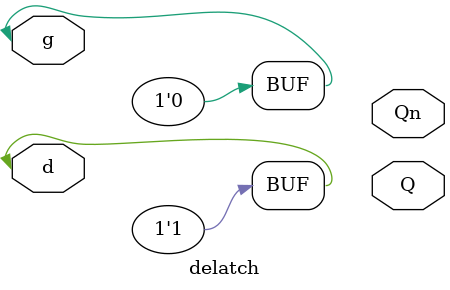
<source format=v>
`timescale 1ns / 1ps


module delatch(
input d,g,
output Q,Qn
    );
    wire d;
    wire g;
    assign #1 d=~(g&d);
    assign #1 g=~(d);
endmodule

</source>
